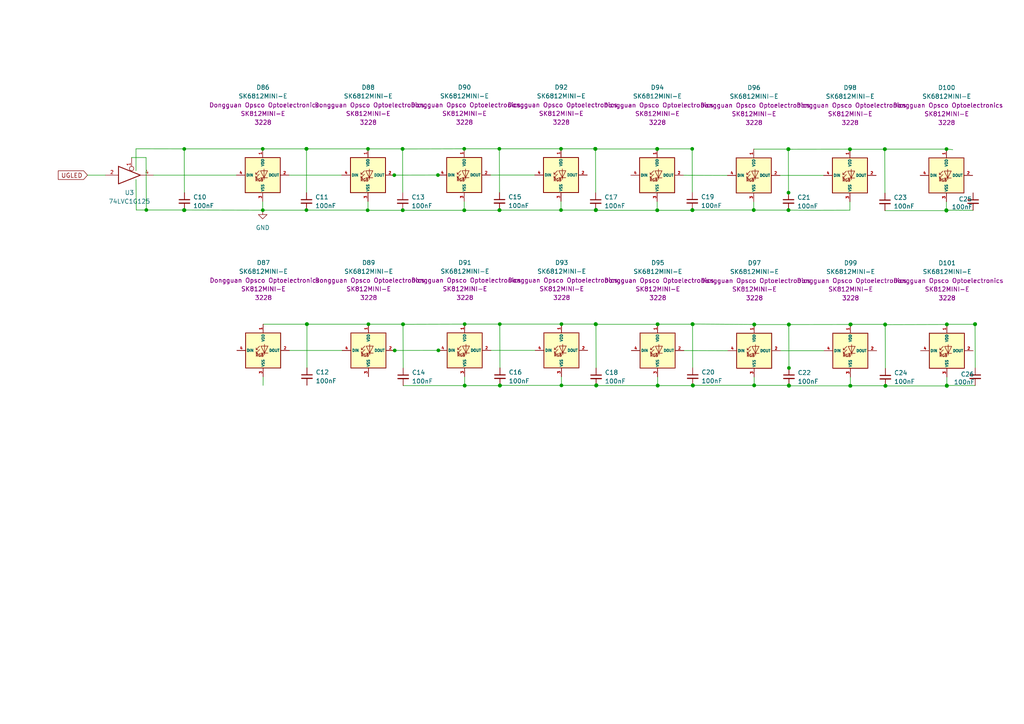
<source format=kicad_sch>
(kicad_sch (version 20211123) (generator eeschema)
  (paper "A4")
  (lib_symbols
    (symbol "74xGxx:74LVC1G125" (pin_names (offset 1.016))
      (property "Reference" "U" (at -2.54 3.81 0))
      (property "Value" "74LVC1G125" (at 0 -3.81 0))
      (symbol "74LVC1G125_0_1"
        (polyline (pts (xy -3.81 2.54) (xy -3.81 -2.54) (xy 2.54 0) (xy -3.81 2.54)) (stroke (width 0.254)))
      )
      (symbol "74LVC1G125_1_1"
        (pin input inverted (at 0 5.08 270) (length 3.81) (name "~") (number "1"))
        (pin input line (at -7.62 0 0) (length 3.81) (name "~") (number "2"))
        (pin power_in line (at 1.27 -1.27 270) (length 0) hide (name "GND") (number "3"))
        (pin tri_state line (at 6.35 0 180) (length 3.81) (name "~") (number "4"))
        (pin power_in line (at 1.27 1.27 90) (length 0) hide (name "VCC") (number "5"))
      )
    )
    (symbol "Device:C_Small" (pin_numbers hide) (pin_names (offset 0.254) hide)
      (property "Reference" "C" (at 0.254 1.778 0))
      (property "Value" "C_Small" (at 0.254 -2.032 0))
      (symbol "C_Small_0_1"
        (polyline (pts (xy -1.524 -0.508) (xy 1.524 -0.508)) (stroke (width 0.3302)))
        (polyline (pts (xy -1.524 0.508) (xy 1.524 0.508)) (stroke (width 0.3048)))
      )
      (symbol "C_Small_1_1"
        (pin passive line (at 0 2.54 270) (length 2.032) (name "~") (number "1"))
        (pin passive line (at 0 -2.54 90) (length 2.032) (name "~") (number "2"))
      )
    )
    (symbol "acheronSymbols:SK6812MINI-E" (pin_names (offset 0.254))
      (property "Reference" "D" (at 5.08 5.715 0))
      (property "Value" "SK6812MINI-E" (at 1.27 -5.715 0))
      (property "MFN" "Dongguan Opsco Optoelectronics" (at 0 -11.176 0))
      (property "MPN" "SK812MINI-E" (at 0 -9.652 0))
      (property "PKG" "3228" (at 0 -12.954 0))
      (symbol "SK6812MINI-E_0_0"
        (text "RGB" (at -1.016 -1.397 0) (effects (font (size 0.762 0.762))))
      )
      (symbol "SK6812MINI-E_0_1"
        (polyline (pts (xy -2.032 -0.762) (xy -1.524 -0.762)))
        (polyline (pts (xy -2.032 0.254) (xy -1.524 0.254)))
        (polyline (pts (xy 1.397 -0.762) (xy -0.635 -0.762)))
        (polyline (pts (xy -1.016 0.254) (xy -2.032 -0.762) (xy -2.032 -0.254)))
        (polyline (pts (xy -1.016 1.27) (xy -2.032 0.254) (xy -2.032 0.762)))
        (polyline (pts (xy 0.381 1.778) (xy 0.381 -0.762) (xy 0.381 -1.27)))
        (polyline (pts (xy 1.397 1.27) (xy -0.635 1.27) (xy 0.381 -0.762) (xy 1.397 1.27)))
        (rectangle (start 5.08 5.08) (end -5.08 -5.08) (stroke (width 0.254)) (fill (type background)))
      )
      (symbol "SK6812MINI-E_1_1"
        (pin power_in line (at 0 7.62 270) (length 2.54) (name "VDD") (number "1"))
        (pin output line (at 7.62 0 180) (length 2.54) (name "DOUT") (number "2"))
        (pin power_in line (at 0 -7.62 90) (length 2.54) (name "VSS") (number "3"))
        (pin input line (at -7.62 0 0) (length 2.54) (name "DIN") (number "4"))
      )
    )
    (symbol "power:GND" (power) (pin_names (offset 0))
      (property "Value" "GND" (at 0 -3.81 0))
      (symbol "GND_0_1"
        (polyline (pts (xy 0 0) (xy 0 -1.27) (xy 1.27 -1.27) (xy 0 -2.54) (xy -1.27 -1.27) (xy 0 -1.27)))
      )
      (symbol "GND_1_1"
        (pin power_in line (at 0 0 270) (length 0) hide (name "GND") (number "1"))
      )
    )
  )
  (junction (at 53.4924 60.96))
  (junction (at 89.0016 94.0308))
  (junction (at 172.7708 94.0054))
  (junction (at 53.3908 60.9854))
  (junction (at 200.9648 111.8362))
  (junction (at 88.8746 43.18))
  (junction (at 274.4978 61.0362))
  (junction (at 246.507 43.2816))
  (junction (at 228.8286 111.9124))
  (junction (at 218.7448 94.107))
  (junction (at 200.914 111.76))
  (junction (at 144.8562 60.96))
  (junction (at 274.5994 111.8108))
  (junction (at 200.7616 43.18))
  (junction (at 228.6762 43.2562))
  (junction (at 190.6524 60.9854))
  (junction (at 200.8378 60.9346))
  (junction (at 246.6594 111.9124))
  (junction (at 127.1524 101.6254))
  (junction (at 190.6016 60.9854))
  (junction (at 116.7638 43.2054))
  (junction (at 190.7286 111.8362))
  (junction (at 274.4724 60.96))
  (junction (at 144.9832 111.8108))
  (junction (at 190.7794 111.8362))
  (junction (at 172.974 111.7092))
  (junction (at 274.6248 94.0562))
  (junction (at 89.027 94.0054))
  (junction (at 282.8036 94.0308))
  (junction (at 200.8632 94.0308))
  (junction (at 282.8036 94.0562))
  (junction (at 200.8378 60.9854))
  (junction (at 200.914 94.0562))
  (junction (at 190.627 43.2054))
  (junction (at 172.8978 111.8362))
  (junction (at 246.5832 111.887))
  (junction (at 246.5324 43.2816))
  (junction (at 144.8562 60.9854))
  (junction (at 144.8816 60.9346))
  (junction (at 114.4778 101.6508))
  (junction (at 116.8146 60.9854))
  (junction (at 116.7638 43.18))
  (junction (at 106.8578 94.0308))
  (junction (at 190.7286 94.0308))
  (junction (at 172.7454 94.0054))
  (junction (at 134.6454 60.9854))
  (junction (at 228.6762 43.2816))
  (junction (at 274.4724 60.9854))
  (junction (at 228.6762 60.9346))
  (junction (at 228.7778 94.1324))
  (junction (at 218.6178 60.9092))
  (junction (at 88.9 43.1546))
  (junction (at 218.7448 111.76))
  (junction (at 190.7286 94.0562))
  (junction (at 218.7956 94.1324))
  (junction (at 172.7708 60.9854))
  (junction (at 200.8632 93.98))
  (junction (at 256.8448 111.887))
  (junction (at 172.847 94.0562))
  (junction (at 172.974 111.7854))
  (junction (at 172.847 60.9346))
  (junction (at 88.8746 60.9346))
  (junction (at 274.4978 61.087))
  (junction (at 228.7016 55.88))
  (junction (at 53.3908 60.9092))
  (junction (at 144.8308 43.1546))
  (junction (at 246.634 94.107))
  (junction (at 172.6184 43.1546))
  (junction (at 76.2 43.18))
  (junction (at 116.8908 94.0308))
  (junction (at 256.7178 94.0816))
  (junction (at 274.6248 94.107))
  (junction (at 228.6508 43.2562))
  (junction (at 88.8746 43.1546))
  (junction (at 256.7432 94.1578))
  (junction (at 228.8032 94.107))
  (junction (at 256.667 43.2562))
  (junction (at 162.8394 111.7854))
  (junction (at 162.8394 94.0054))
  (junction (at 274.5994 111.8362))
  (junction (at 106.6292 60.9854))
  (junction (at 134.6708 60.9854))
  (junction (at 190.6016 43.2054))
  (junction (at 76.2254 60.96))
  (junction (at 172.6438 43.1546))
  (junction (at 172.72 43.2054))
  (junction (at 134.6454 43.1546))
  (junction (at 116.8908 94.0562))
  (junction (at 200.787 60.9092))
  (junction (at 274.6248 111.9378))
  (junction (at 162.7124 60.9346))
  (junction (at 256.794 111.9378))
  (junction (at 53.4416 43.2054))
  (junction (at 228.8286 106.7308))
  (junction (at 134.7724 94.0054))
  (junction (at 114.3508 50.8))
  (junction (at 218.7448 111.7854))
  (junction (at 172.7962 94.0054))
  (junction (at 228.8286 111.8108))
  (junction (at 172.6692 43.1546))
  (junction (at 246.7356 94.0816))
  (junction (at 228.6508 43.2816))
  (junction (at 116.8146 60.96))
  (junction (at 228.8032 111.7854))
  (junction (at 42.4434 60.9092))
  (junction (at 127.0254 50.7746))
  (junction (at 144.9832 111.8362))
  (junction (at 106.7308 43.18))
  (junction (at 145.0086 111.7854))
  (junction (at 134.7724 111.8362))
  (junction (at 172.847 60.8584))
  (junction (at 282.8036 93.98))
  (junction (at 200.9648 111.7854))
  (junction (at 89.0016 94.0054))
  (junction (at 190.6016 43.18))
  (junction (at 144.9578 94.0054))
  (junction (at 218.6178 60.9346))
  (junction (at 274.5232 43.2308))
  (junction (at 228.8032 94.1324))
  (junction (at 228.7016 60.96))
  (junction (at 162.7124 43.1546))
  (junction (at 274.6248 111.887))
  (junction (at 256.6162 43.2562))
  (junction (at 134.7978 111.8362))
  (wire (pts (xy 228.8286 111.9124) (xy 246.6594 111.9124)))
  (wire (pts (xy 228.6508 43.2562) (xy 228.6508 43.2816)))
  (wire (pts (xy 274.6248 111.887) (xy 274.6248 109.347)))
  (wire (pts (xy 274.4978 61.087) (xy 274.4978 61.0362)))
  (wire (pts (xy 190.7286 111.8362) (xy 190.7286 109.2962)))
  (wire (pts (xy 42.4434 60.9092) (xy 53.3908 60.9092)))
  (wire (pts (xy 145.0086 111.7854) (xy 162.8394 111.7854)))
  (wire (pts (xy 53.4924 60.9092) (xy 53.4924 60.96)))
  (wire (pts (xy 106.6292 60.9854) (xy 106.7308 60.9346)))
  (wire (pts (xy 228.8032 94.1324) (xy 228.8032 94.107)))
  (wire (pts (xy 282.8036 94.0308) (xy 282.8544 106.7308)))
  (wire (pts (xy 134.62 43.1546) (xy 134.6454 43.1546)))
  (wire (pts (xy 218.6178 60.9092) (xy 218.6178 58.4962)))
  (wire (pts (xy 88.8746 43.18) (xy 88.8746 43.1546)))
  (wire (pts (xy 236.982 60.9854) (xy 246.507 60.96)))
  (wire (pts (xy 116.7638 43.2054) (xy 134.6454 43.1546)))
  (wire (pts (xy 134.6454 43.1546) (xy 144.8308 43.1546)))
  (wire (pts (xy 200.8632 93.98) (xy 218.7448 94.107)))
  (wire (pts (xy 162.8394 111.7854) (xy 172.974 111.7854)))
  (wire (pts (xy 89.027 94.0054) (xy 89.027 106.68)))
  (wire (pts (xy 274.4724 60.96) (xy 274.4724 60.9854)))
  (wire (pts (xy 246.5324 43.2816) (xy 256.6162 43.2816)))
  (wire (pts (xy 198.2216 50.8254) (xy 210.9978 50.8762)))
  (wire (pts (xy 190.7286 94.0308) (xy 200.8632 94.0308)))
  (wire (pts (xy 89.0016 94.0308) (xy 89.027 94.0054)))
  (wire (pts (xy 246.507 43.2816) (xy 246.5324 43.2816)))
  (wire (pts (xy 88.8746 43.18) (xy 88.9 43.1546)))
  (wire (pts (xy 218.7956 94.1324) (xy 228.7778 94.1324)))
  (wire (pts (xy 134.747 94.0054) (xy 134.7724 94.0054)))
  (wire (pts (xy 116.8908 94.0562) (xy 134.7724 94.0054)))
  (wire (pts (xy 39.4462 43.1546) (xy 39.4462 49.53)))
  (wire (pts (xy 256.667 43.2562) (xy 274.4978 43.2562)))
  (wire (pts (xy 162.8394 111.7854) (xy 162.8394 109.2454)))
  (wire (pts (xy 53.4416 49.1236) (xy 53.4924 55.88)))
  (wire (pts (xy 228.8286 111.9124) (xy 228.8286 111.8108)))
  (wire (pts (xy 114.3254 50.8) (xy 114.3508 50.8)))
  (wire (pts (xy 89.0016 94.0308) (xy 89.0016 94.0054)))
  (wire (pts (xy 134.7724 94.0054) (xy 144.9578 94.0054)))
  (wire (pts (xy 190.6016 60.9854) (xy 190.6016 58.4454)))
  (wire (pts (xy 246.6594 111.9124) (xy 246.634 109.347)))
  (wire (pts (xy 228.6508 43.2816) (xy 246.507 43.2562)))
  (wire (pts (xy 172.847 94.0562) (xy 172.8978 106.7562)))
  (wire (pts (xy 106.7308 58.42) (xy 106.7308 60.9346)))
  (wire (pts (xy 228.6508 43.2816) (xy 228.7016 55.9816)))
  (wire (pts (xy 134.6454 60.9854) (xy 134.6454 58.3946)))
  (wire (pts (xy 142.2654 50.7746) (xy 155.0924 50.7746)))
  (wire (pts (xy 44.5262 50.8) (xy 68.58 50.8)))
  (wire (pts (xy 172.6438 43.1546) (xy 172.6692 43.1546)))
  (wire (pts (xy 53.3908 60.9092) (xy 76.2 60.96)))
  (wire (pts (xy 39.4462 43.1546) (xy 53.1622 43.18)))
  (wire (pts (xy 200.787 60.9092) (xy 218.6178 60.9092)))
  (wire (pts (xy 228.6762 60.9346) (xy 228.7016 60.96)))
  (wire (pts (xy 200.8632 94.0308) (xy 200.914 94.0562)))
  (wire (pts (xy 226.3648 101.727) (xy 239.014 101.727)))
  (wire (pts (xy 116.9416 111.8362) (xy 134.7724 111.8362)))
  (wire (pts (xy 144.9578 94.0054) (xy 145.0086 106.7054)))
  (wire (pts (xy 162.7124 43.1546) (xy 172.6184 43.1546)))
  (wire (pts (xy 144.9578 94.0054) (xy 162.8394 94.0054)))
  (wire (pts (xy 256.667 61.087) (xy 274.4978 61.087)))
  (wire (pts (xy 172.7708 94.0054) (xy 172.7962 94.0054)))
  (wire (pts (xy 172.7454 94.0054) (xy 172.7708 94.0054)))
  (wire (pts (xy 89.0016 94.0308) (xy 106.8578 94.0308)))
  (wire (pts (xy 274.6248 94.0562) (xy 282.8036 94.0562)))
  (wire (pts (xy 144.8308 43.1546) (xy 144.8816 55.8546)))
  (wire (pts (xy 228.6508 43.2816) (xy 228.6762 43.2816)))
  (wire (pts (xy 38.1762 45.6946) (xy 38.1762 45.72)))
  (wire (pts (xy 114.3254 50.8) (xy 127 50.7746)))
  (wire (pts (xy 218.6178 43.307) (xy 218.6178 43.2562)))
  (wire (pts (xy 89.0016 94.0054) (xy 89.027 94.0054)))
  (wire (pts (xy 172.847 94.0562) (xy 190.7286 94.0562)))
  (wire (pts (xy 53.4416 43.2054) (xy 53.4416 49.1236)))
  (wire (pts (xy 218.7448 111.76) (xy 218.7448 109.347)))
  (wire (pts (xy 88.8746 43.18) (xy 106.7308 43.18)))
  (wire (pts (xy 228.7016 55.9816) (xy 228.7016 55.88)))
  (wire (pts (xy 198.3486 101.6762) (xy 211.1248 101.727)))
  (wire (pts (xy 236.982 60.9854) (xy 228.6762 60.9346)))
  (wire (pts (xy 218.6178 60.9346) (xy 228.6762 60.9346)))
  (wire (pts (xy 114.4524 101.6508) (xy 114.4778 101.6508)))
  (wire (pts (xy 274.4724 60.96) (xy 282.2448 61.0108)))
  (wire (pts (xy 53.3908 60.9092) (xy 53.4924 60.9092)))
  (wire (pts (xy 190.7794 111.8362) (xy 200.9648 111.8362)))
  (wire (pts (xy 53.1622 43.18) (xy 76.2 43.18)))
  (wire (pts (xy 200.9648 111.8362) (xy 200.9648 111.7854)))
  (wire (pts (xy 200.8378 60.9854) (xy 200.8378 60.9346)))
  (wire (pts (xy 39.5224 60.9092) (xy 42.4434 60.9092)))
  (wire (pts (xy 172.8978 111.8362) (xy 190.7286 111.8362)))
  (wire (pts (xy 228.8286 106.8324) (xy 228.8286 106.7308)))
  (wire (pts (xy 76.2254 60.96) (xy 88.9 60.96)))
  (wire (pts (xy 200.7616 43.2054) (xy 200.787 55.8292)))
  (wire (pts (xy 190.6016 43.18) (xy 200.7616 43.18)))
  (wire (pts (xy 116.8146 60.9854) (xy 116.8146 60.96)))
  (wire (pts (xy 172.72 43.2054) (xy 190.6016 43.2054)))
  (wire (pts (xy 53.3908 60.9092) (xy 53.3908 60.9854)))
  (wire (pts (xy 228.7778 94.1324) (xy 228.8032 94.1324)))
  (wire (pts (xy 76.327 94.0308) (xy 89.0016 94.0308)))
  (wire (pts (xy 134.7978 111.8362) (xy 144.9832 111.8362)))
  (wire (pts (xy 134.6708 60.9854) (xy 134.6454 60.9854)))
  (wire (pts (xy 88.8746 43.1546) (xy 88.9 43.1546)))
  (wire (pts (xy 144.9832 111.8362) (xy 144.9832 111.8108)))
  (wire (pts (xy 25.3746 50.8) (xy 30.5562 50.8)))
  (wire (pts (xy 276.352 43.4086) (xy 274.5232 43.2308)))
  (wire (pts (xy 218.6686 43.2562) (xy 228.6508 43.2562)))
  (wire (pts (xy 42.3672 45.6946) (xy 42.4434 60.9092)))
  (wire (pts (xy 256.6162 43.2816) (xy 256.667 56.007)))
  (wire (pts (xy 116.7638 43.2054) (xy 116.8146 55.9054)))
  (wire (pts (xy 282.8036 94.0308) (xy 282.8036 93.98)))
  (wire (pts (xy 134.6454 60.9854) (xy 116.8146 60.9854)))
  (wire (pts (xy 142.3924 101.6254) (xy 155.2194 101.6254)))
  (wire (pts (xy 106.7308 43.18) (xy 116.7638 43.18)))
  (wire (pts (xy 256.7432 94.1578) (xy 256.794 106.8578)))
  (wire (pts (xy 76.2 58.42) (xy 76.2 60.96)))
  (wire (pts (xy 246.5832 111.887) (xy 256.8448 111.887)))
  (wire (pts (xy 88.8746 60.9346) (xy 106.7308 60.9346)))
  (wire (pts (xy 134.6708 60.9854) (xy 144.8562 60.9854)))
  (wire (pts (xy 218.7448 111.7854) (xy 228.8032 111.7854)))
  (wire (pts (xy 162.7124 60.9346) (xy 162.7124 58.3946)))
  (wire (pts (xy 274.4978 61.0362) (xy 274.4978 58.4962)))
  (wire (pts (xy 114.4524 101.6508) (xy 127.127 101.6254)))
  (wire (pts (xy 246.7356 94.0816) (xy 256.7178 94.0816)))
  (wire (pts (xy 162.8394 94.0054) (xy 172.7454 94.0054)))
  (wire (pts (xy 228.7778 94.1324) (xy 246.634 94.107)))
  (wire (pts (xy 226.2378 50.8762) (xy 238.887 50.8762)))
  (wire (pts (xy 282.8036 94.0562) (xy 282.8036 94.0308)))
  (wire (pts (xy 172.974 111.7854) (xy 172.974 111.7092)))
  (wire (pts (xy 172.7708 60.9854) (xy 190.6016 60.9854)))
  (wire (pts (xy 106.8578 94.0308) (xy 116.8908 94.0308)))
  (wire (pts (xy 39.4462 52.07) (xy 39.5224 60.9092)))
  (wire (pts (xy 106.6292 60.9854) (xy 116.8146 60.9854)))
  (wire (pts (xy 127.127 101.6254) (xy 127.1524 101.6254)))
  (wire (pts (xy 172.6184 43.1546) (xy 172.6438 43.1546)))
  (wire (pts (xy 172.847 60.9346) (xy 172.847 60.8584)))
  (wire (pts (xy 83.82 50.8) (xy 99.1108 50.8)))
  (wire (pts (xy 162.7124 60.9346) (xy 172.847 60.9346)))
  (wire (pts (xy 38.1762 45.6946) (xy 42.3672 45.6946)))
  (wire (pts (xy 83.947 101.6508) (xy 99.2378 101.6508)))
  (wire (pts (xy 200.914 111.76) (xy 218.7448 111.76)))
  (wire (pts (xy 274.5994 111.8108) (xy 282.8544 111.8108)))
  (wire (pts (xy 190.6524 60.9854) (xy 200.8378 60.9854)))
  (wire (pts (xy 274.6248 111.9378) (xy 274.6248 111.887)))
  (wire (pts (xy 256.7432 94.1578) (xy 274.6248 94.107)))
  (wire (pts (xy 172.72 43.2054) (xy 172.7708 55.9054)))
  (wire (pts (xy 127 50.7746) (xy 127.0254 50.7746)))
  (wire (pts (xy 274.4724 60.9854) (xy 274.4978 61.0362)))
  (wire (pts (xy 246.507 58.4962) (xy 246.507 60.96)))
  (wire (pts (xy 256.667 43.2562) (xy 256.6162 43.2562)))
  (wire (pts (xy 256.794 111.9378) (xy 274.6248 111.9378)))
  (wire (pts (xy 76.327 109.2708) (xy 76.3016 111.7854)))
  (wire (pts (xy 88.9 43.1546) (xy 88.9 55.88)))
  (wire (pts (xy 190.627 43.2054) (xy 190.6016 43.18)))
  (wire (pts (xy 228.7778 94.1324) (xy 228.8286 106.8324)))
  (wire (pts (xy 116.8908 94.0562) (xy 116.9416 106.7562)))
  (wire (pts (xy 144.8562 60.9854) (xy 144.8562 60.96)))
  (wire (pts (xy 228.6762 43.2816) (xy 228.6762 43.2562)))
  (wire (pts (xy 274.5994 111.8362) (xy 274.6248 111.887)))
  (wire (pts (xy 200.8632 93.98) (xy 200.914 106.68)))
  (wire (pts (xy 134.7724 111.8362) (xy 134.7724 109.2454)))
  (wire (pts (xy 76.2 43.18) (xy 88.8746 43.18)))
  (wire (pts (xy 144.8308 43.1546) (xy 162.7124 43.1546)))
  (wire (pts (xy 274.5994 111.8108) (xy 274.5994 111.8362)))
  (wire (pts (xy 144.8816 60.9346) (xy 162.7124 60.9346)))
  (global_label "UGLED" (shape input) (at 25.3746 50.8 180) (property "Intersheet References" "${INTERSHEET_REFS}" (effects hide)))
  (symbol (lib_id "acheronSymbols:SK6812MINI-E") (at 106.7308 50.8 0) (unit 1)
    (property "Reference" "D88" (at 106.807 25.3492 0))
    (property "Value" "SK6812MINI-E" (at 106.807 27.8892 0))
    (property "Footprint" "LED_SMD:LED_SK6812MINI_PLCC4_3.5x3.5mm_P1.75mm" (effects hide))
    (property "Datasheet" "https://ecksteinimg.de/Datasheet/LED/LED0011/SK6812MINI-E_REV02_EN.pdf" (effects hide))
    (property "MFN" "Dongguan Opsco Optoelectronics" (at 107.188 30.48 0))
    (property "MPN" "SK812MINI-E" (at 106.807 32.9692 0))
    (property "PKG" "3228" (at 106.807 35.5092 0))
  )
  (symbol (lib_id "acheronSymbols:SK6812MINI-E") (at 218.7448 101.727 0) (unit 1)
    (property "Reference" "D97" (at 218.821 76.2762 0))
    (property "Value" "SK6812MINI-E" (at 218.821 78.8162 0))
    (property "Footprint" "LED_SMD:LED_SK6812MINI_PLCC4_3.5x3.5mm_P1.75mm" (effects hide))
    (property "Datasheet" "https://ecksteinimg.de/Datasheet/LED/LED0011/SK6812MINI-E_REV02_EN.pdf" (effects hide))
    (property "MFN" "Dongguan Opsco Optoelectronics" (at 219.202 81.407 0))
    (property "MPN" "SK812MINI-E" (at 218.821 83.8962 0))
    (property "PKG" "3228" (at 218.821 86.4362 0))
  )
  (symbol (lib_id "acheronSymbols:SK6812MINI-E") (at 134.6454 50.7746 0) (unit 1)
    (property "Reference" "D90" (at 134.7216 25.3238 0))
    (property "Value" "SK6812MINI-E" (at 134.7216 27.8638 0))
    (property "Footprint" "LED_SMD:LED_SK6812MINI_PLCC4_3.5x3.5mm_P1.75mm" (effects hide))
    (property "Datasheet" "https://ecksteinimg.de/Datasheet/LED/LED0011/SK6812MINI-E_REV02_EN.pdf" (effects hide))
    (property "MFN" "Dongguan Opsco Optoelectronics" (at 135.1026 30.4546 0))
    (property "MPN" "SK812MINI-E" (at 134.7216 32.9438 0))
    (property "PKG" "3228" (at 134.7216 35.4838 0))
  )
  (symbol (lib_id "acheronSymbols:SK6812MINI-E") (at 274.6248 101.727 0) (unit 1)
    (property "Reference" "D101" (at 274.701 76.2762 0))
    (property "Value" "SK6812MINI-E" (at 274.701 78.8162 0))
    (property "Footprint" "LED_SMD:LED_SK6812MINI_PLCC4_3.5x3.5mm_P1.75mm" (effects hide))
    (property "Datasheet" "https://ecksteinimg.de/Datasheet/LED/LED0011/SK6812MINI-E_REV02_EN.pdf" (effects hide))
    (property "MFN" "Dongguan Opsco Optoelectronics" (at 275.082 81.407 0))
    (property "MPN" "SK812MINI-E" (at 274.701 83.8962 0))
    (property "PKG" "3228" (at 274.701 86.4362 0))
  )
  (symbol (lib_id "74xGxx:74LVC1G125") (at 38.1762 50.8 0) (unit 1)
    (property "Reference" "U3" (at 37.5412 55.88 0))
    (property "Value" "74LVC1G125" (at 37.5412 58.42 0))
    (property "Footprint" "Package_TO_SOT_SMD:SOT-23-5_HandSoldering" (effects hide))
    (property "Datasheet" "http://www.ti.com/lit/sg/scyt129e/scyt129e.pdf" (effects hide))
  )
  (symbol (lib_id "Device:C_Small") (at 116.8146 58.4454 0) (unit 1)
    (property "Reference" "C13" (at 119.3292 57.1816 0) (effects (justify left)))
    (property "Value" "100nF" (at 119.3292 59.7216 0) (effects (justify left)))
    (property "Footprint" "Capacitor_SMD:C_0402_1005Metric" (effects hide))
  )
  (symbol (lib_id "Device:C_Small") (at 256.667 58.547 0) (unit 1)
    (property "Reference" "C23" (at 259.1816 57.2832 0) (effects (justify left)))
    (property "Value" "100nF" (at 259.1816 59.8232 0) (effects (justify left)))
    (property "Footprint" "Capacitor_SMD:C_0402_1005Metric" (effects hide))
  )
  (symbol (lib_id "Device:C_Small") (at 144.8816 58.3946 0) (unit 1)
    (property "Reference" "C15" (at 147.3962 57.1308 0) (effects (justify left)))
    (property "Value" "100nF" (at 147.3962 59.6708 0) (effects (justify left)))
    (property "Footprint" "Capacitor_SMD:C_0402_1005Metric" (effects hide))
  )
  (symbol (lib_id "Device:C_Small") (at 116.9416 109.2962 0) (unit 1)
    (property "Reference" "C14" (at 119.4562 108.0324 0) (effects (justify left)))
    (property "Value" "100nF" (at 119.4562 110.5724 0) (effects (justify left)))
    (property "Footprint" "Capacitor_SMD:C_0402_1005Metric" (effects hide))
  )
  (symbol (lib_id "acheronSymbols:SK6812MINI-E") (at 106.8578 101.6508 0) (unit 1)
    (property "Reference" "D89" (at 106.934 76.2 0))
    (property "Value" "SK6812MINI-E" (at 106.934 78.74 0))
    (property "Footprint" "LED_SMD:LED_SK6812MINI_PLCC4_3.5x3.5mm_P1.75mm" (effects hide))
    (property "Datasheet" "https://ecksteinimg.de/Datasheet/LED/LED0011/SK6812MINI-E_REV02_EN.pdf" (effects hide))
    (property "MFN" "Dongguan Opsco Optoelectronics" (at 107.315 81.3308 0))
    (property "MPN" "SK812MINI-E" (at 106.934 83.82 0))
    (property "PKG" "3228" (at 106.934 86.36 0))
  )
  (symbol (lib_id "Device:C_Small") (at 282.2448 58.4708 0) (unit 1)
    (property "Reference" "C25" (at 278.0284 57.7596 0) (effects (justify left)))
    (property "Value" "100nF" (at 276.0218 60.0202 0) (effects (justify left)))
    (property "Footprint" "Capacitor_SMD:C_0402_1005Metric" (effects hide))
  )
  (symbol (lib_id "Device:C_Small") (at 256.794 109.3978 0) (unit 1)
    (property "Reference" "C24" (at 259.3086 108.134 0) (effects (justify left)))
    (property "Value" "100nF" (at 259.3086 110.674 0) (effects (justify left)))
    (property "Footprint" "Capacitor_SMD:C_0402_1005Metric" (effects hide))
  )
  (symbol (lib_id "Device:C_Small") (at 200.787 58.3692 0) (unit 1)
    (property "Reference" "C19" (at 203.3016 57.1054 0) (effects (justify left)))
    (property "Value" "100nF" (at 203.3016 59.6454 0) (effects (justify left)))
    (property "Footprint" "Capacitor_SMD:C_0402_1005Metric" (effects hide))
  )
  (symbol (lib_id "acheronSymbols:SK6812MINI-E") (at 246.634 101.727 0) (unit 1)
    (property "Reference" "D99" (at 246.7102 76.2762 0))
    (property "Value" "SK6812MINI-E" (at 246.7102 78.8162 0))
    (property "Footprint" "LED_SMD:LED_SK6812MINI_PLCC4_3.5x3.5mm_P1.75mm" (effects hide))
    (property "Datasheet" "https://ecksteinimg.de/Datasheet/LED/LED0011/SK6812MINI-E_REV02_EN.pdf" (effects hide))
    (property "MFN" "Dongguan Opsco Optoelectronics" (at 247.0912 81.407 0))
    (property "MPN" "SK812MINI-E" (at 246.7102 83.8962 0))
    (property "PKG" "3228" (at 246.7102 86.4362 0))
  )
  (symbol (lib_id "Device:C_Small") (at 228.8286 109.2708 0) (unit 1)
    (property "Reference" "C22" (at 231.3432 108.1086 0) (effects (justify left)))
    (property "Value" "100nF" (at 231.3432 110.6486 0) (effects (justify left)))
    (property "Footprint" "Capacitor_SMD:C_0402_1005Metric" (effects hide))
  )
  (symbol (lib_id "acheronSymbols:SK6812MINI-E") (at 190.6016 50.8254 0) (unit 1)
    (property "Reference" "D94" (at 190.6778 25.3746 0))
    (property "Value" "SK6812MINI-E" (at 190.6778 27.9146 0))
    (property "Footprint" "LED_SMD:LED_SK6812MINI_PLCC4_3.5x3.5mm_P1.75mm" (effects hide))
    (property "Datasheet" "https://ecksteinimg.de/Datasheet/LED/LED0011/SK6812MINI-E_REV02_EN.pdf" (effects hide))
    (property "MFN" "Dongguan Opsco Optoelectronics" (at 191.0588 30.5054 0))
    (property "MPN" "SK812MINI-E" (at 190.6778 32.9946 0))
    (property "PKG" "3228" (at 190.6778 35.5346 0))
  )
  (symbol (lib_id "acheronSymbols:SK6812MINI-E") (at 162.7124 50.7746 0) (unit 1)
    (property "Reference" "D92" (at 162.7886 25.3238 0))
    (property "Value" "SK6812MINI-E" (at 162.7886 27.8638 0))
    (property "Footprint" "LED_SMD:LED_SK6812MINI_PLCC4_3.5x3.5mm_P1.75mm" (effects hide))
    (property "Datasheet" "https://ecksteinimg.de/Datasheet/LED/LED0011/SK6812MINI-E_REV02_EN.pdf" (effects hide))
    (property "MFN" "Dongguan Opsco Optoelectronics" (at 163.1696 30.4546 0))
    (property "MPN" "SK812MINI-E" (at 162.7886 32.9438 0))
    (property "PKG" "3228" (at 162.7886 35.4838 0))
  )
  (symbol (lib_id "acheronSymbols:SK6812MINI-E") (at 134.7724 101.6254 0) (unit 1)
    (property "Reference" "D91" (at 134.8486 76.1746 0))
    (property "Value" "SK6812MINI-E" (at 134.8486 78.7146 0))
    (property "Footprint" "LED_SMD:LED_SK6812MINI_PLCC4_3.5x3.5mm_P1.75mm" (effects hide))
    (property "Datasheet" "https://ecksteinimg.de/Datasheet/LED/LED0011/SK6812MINI-E_REV02_EN.pdf" (effects hide))
    (property "MFN" "Dongguan Opsco Optoelectronics" (at 135.2296 81.3054 0))
    (property "MPN" "SK812MINI-E" (at 134.8486 83.7946 0))
    (property "PKG" "3228" (at 134.8486 86.3346 0))
  )
  (symbol (lib_id "acheronSymbols:SK6812MINI-E") (at 246.507 50.8762 0) (unit 1)
    (property "Reference" "D98" (at 246.5832 25.4254 0))
    (property "Value" "SK6812MINI-E" (at 246.5832 27.9654 0))
    (property "Footprint" "LED_SMD:LED_SK6812MINI_PLCC4_3.5x3.5mm_P1.75mm" (effects hide))
    (property "Datasheet" "https://ecksteinimg.de/Datasheet/LED/LED0011/SK6812MINI-E_REV02_EN.pdf" (effects hide))
    (property "MFN" "Dongguan Opsco Optoelectronics" (at 246.9642 30.5562 0))
    (property "MPN" "SK812MINI-E" (at 246.5832 33.0454 0))
    (property "PKG" "3228" (at 246.5832 35.5854 0))
  )
  (symbol (lib_id "Device:C_Small") (at 89.027 109.22 0) (unit 1)
    (property "Reference" "C12" (at 91.5416 107.9562 0) (effects (justify left)))
    (property "Value" "100nF" (at 91.5416 110.4962 0) (effects (justify left)))
    (property "Footprint" "Capacitor_SMD:C_0402_1005Metric" (effects hide))
  )
  (symbol (lib_id "acheronSymbols:SK6812MINI-E") (at 76.2 50.8 0) (unit 1)
    (property "Reference" "D86" (at 76.2762 25.3492 0))
    (property "Value" "SK6812MINI-E" (at 76.2762 27.8892 0))
    (property "Footprint" "LED_SMD:LED_SK6812MINI_PLCC4_3.5x3.5mm_P1.75mm" (effects hide))
    (property "Datasheet" "https://ecksteinimg.de/Datasheet/LED/LED0011/SK6812MINI-E_REV02_EN.pdf" (effects hide))
    (property "MFN" "Dongguan Opsco Optoelectronics" (at 76.6572 30.48 0))
    (property "MPN" "SK812MINI-E" (at 76.2762 32.9692 0))
    (property "PKG" "3228" (at 76.2762 35.5092 0))
  )
  (symbol (lib_id "Device:C_Small") (at 228.7016 58.42 0) (unit 1)
    (property "Reference" "C21" (at 231.2162 57.2578 0) (effects (justify left)))
    (property "Value" "100nF" (at 231.2162 59.7978 0) (effects (justify left)))
    (property "Footprint" "Capacitor_SMD:C_0402_1005Metric" (effects hide))
  )
  (symbol (lib_id "Device:C_Small") (at 172.7708 58.4454 0) (unit 1)
    (property "Reference" "C17" (at 175.2854 57.1816 0) (effects (justify left)))
    (property "Value" "100nF" (at 175.2854 59.7216 0) (effects (justify left)))
    (property "Footprint" "Capacitor_SMD:C_0402_1005Metric" (effects hide))
  )
  (symbol (lib_id "acheronSymbols:SK6812MINI-E") (at 218.6178 50.8762 0) (unit 1)
    (property "Reference" "D96" (at 218.694 25.4254 0))
    (property "Value" "SK6812MINI-E" (at 218.694 27.9654 0))
    (property "Footprint" "LED_SMD:LED_SK6812MINI_PLCC4_3.5x3.5mm_P1.75mm" (effects hide))
    (property "Datasheet" "https://ecksteinimg.de/Datasheet/LED/LED0011/SK6812MINI-E_REV02_EN.pdf" (effects hide))
    (property "MFN" "Dongguan Opsco Optoelectronics" (at 219.075 30.5562 0))
    (property "MPN" "SK812MINI-E" (at 218.694 33.0454 0))
    (property "PKG" "3228" (at 218.694 35.5854 0))
  )
  (symbol (lib_id "Device:C_Small") (at 172.8978 109.2962 0) (unit 1)
    (property "Reference" "C18" (at 175.4124 108.0324 0) (effects (justify left)))
    (property "Value" "100nF" (at 175.4124 110.5724 0) (effects (justify left)))
    (property "Footprint" "Capacitor_SMD:C_0402_1005Metric" (effects hide))
  )
  (symbol (lib_id "power:GND") (at 76.2 60.96 0) (unit 1)
    (property "Reference" "#PWR022" (effects hide))
    (property "Value" "GND" (at 76.2 66.04 0))
  )
  (symbol (lib_id "Device:C_Small") (at 145.0086 109.2454 0) (unit 1)
    (property "Reference" "C16" (at 147.5232 107.9816 0) (effects (justify left)))
    (property "Value" "100nF" (at 147.5232 110.5216 0) (effects (justify left)))
    (property "Footprint" "Capacitor_SMD:C_0402_1005Metric" (effects hide))
  )
  (symbol (lib_id "Device:C_Small") (at 88.9 58.42 0) (unit 1)
    (property "Reference" "C11" (at 91.4146 57.1562 0) (effects (justify left)))
    (property "Value" "100nF" (at 91.4146 59.6962 0) (effects (justify left)))
    (property "Footprint" "Capacitor_SMD:C_0402_1005Metric" (effects hide))
  )
  (symbol (lib_id "Device:C_Small") (at 282.8544 109.2708 0) (unit 1)
    (property "Reference" "C26" (at 278.638 108.5596 0) (effects (justify left)))
    (property "Value" "100nF" (at 276.6314 110.8202 0) (effects (justify left)))
    (property "Footprint" "Capacitor_SMD:C_0402_1005Metric" (effects hide))
  )
  (symbol (lib_id "acheronSymbols:SK6812MINI-E") (at 76.327 101.6508 0) (unit 1)
    (property "Reference" "D87" (at 76.4032 76.2 0))
    (property "Value" "SK6812MINI-E" (at 76.4032 78.74 0))
    (property "Footprint" "LED_SMD:LED_SK6812MINI_PLCC4_3.5x3.5mm_P1.75mm" (effects hide))
    (property "Datasheet" "https://ecksteinimg.de/Datasheet/LED/LED0011/SK6812MINI-E_REV02_EN.pdf" (effects hide))
    (property "MFN" "Dongguan Opsco Optoelectronics" (at 76.7842 81.3308 0))
    (property "MPN" "SK812MINI-E" (at 76.4032 83.82 0))
    (property "PKG" "3228" (at 76.4032 86.36 0))
  )
  (symbol (lib_id "acheronSymbols:SK6812MINI-E") (at 162.8394 101.6254 0) (unit 1)
    (property "Reference" "D93" (at 162.9156 76.1746 0))
    (property "Value" "SK6812MINI-E" (at 162.9156 78.7146 0))
    (property "Footprint" "LED_SMD:LED_SK6812MINI_PLCC4_3.5x3.5mm_P1.75mm" (effects hide))
    (property "Datasheet" "https://ecksteinimg.de/Datasheet/LED/LED0011/SK6812MINI-E_REV02_EN.pdf" (effects hide))
    (property "MFN" "Dongguan Opsco Optoelectronics" (at 163.2966 81.3054 0))
    (property "MPN" "SK812MINI-E" (at 162.9156 83.7946 0))
    (property "PKG" "3228" (at 162.9156 86.3346 0))
  )
  (symbol (lib_id "Device:C_Small") (at 200.914 109.22 0) (unit 1)
    (property "Reference" "C20" (at 203.4286 107.9562 0) (effects (justify left)))
    (property "Value" "100nF" (at 203.4286 110.4962 0) (effects (justify left)))
    (property "Footprint" "Capacitor_SMD:C_0402_1005Metric" (effects hide))
  )
  (symbol (lib_id "Device:C_Small") (at 53.4924 58.42 0) (unit 1)
    (property "Reference" "C10" (at 56.007 57.1562 0) (effects (justify left)))
    (property "Value" "100nF" (at 56.007 59.6962 0) (effects (justify left)))
    (property "Footprint" "Capacitor_SMD:C_0402_1005Metric" (effects hide))
  )
  (symbol (lib_id "acheronSymbols:SK6812MINI-E") (at 274.4978 50.8762 0) (unit 1)
    (property "Reference" "D100" (at 274.574 25.4254 0))
    (property "Value" "SK6812MINI-E" (at 274.574 27.9654 0))
    (property "Footprint" "LED_SMD:LED_SK6812MINI_PLCC4_3.5x3.5mm_P1.75mm" (effects hide))
    (property "Datasheet" "https://ecksteinimg.de/Datasheet/LED/LED0011/SK6812MINI-E_REV02_EN.pdf" (effects hide))
    (property "MFN" "Dongguan Opsco Optoelectronics" (at 274.955 30.5562 0))
    (property "MPN" "SK812MINI-E" (at 274.574 33.0454 0))
    (property "PKG" "3228" (at 274.574 35.5854 0))
  )
  (symbol (lib_id "acheronSymbols:SK6812MINI-E") (at 190.7286 101.6762 0) (unit 1)
    (property "Reference" "D95" (at 190.8048 76.2254 0))
    (property "Value" "SK6812MINI-E" (at 190.8048 78.7654 0))
    (property "Footprint" "LED_SMD:LED_SK6812MINI_PLCC4_3.5x3.5mm_P1.75mm" (effects hide))
    (property "Datasheet" "https://ecksteinimg.de/Datasheet/LED/LED0011/SK6812MINI-E_REV02_EN.pdf" (effects hide))
    (property "MFN" "Dongguan Opsco Optoelectronics" (at 191.1858 81.3562 0))
    (property "MPN" "SK812MINI-E" (at 190.8048 83.8454 0))
    (property "PKG" "3228" (at 190.8048 86.3854 0))
  )
)
</source>
